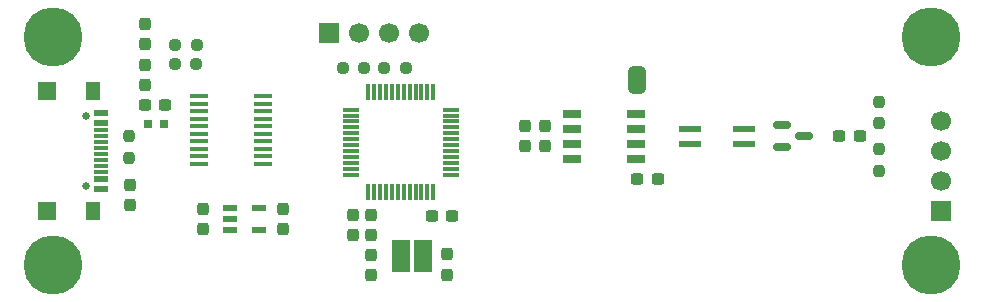
<source format=gbr>
%TF.GenerationSoftware,KiCad,Pcbnew,9.0.3*%
%TF.CreationDate,2025-11-24T21:16:14-05:00*%
%TF.ProjectId,RedPink_STM32C09_Board,52656450-696e-46b5-9f53-544d33324330,rev?*%
%TF.SameCoordinates,Original*%
%TF.FileFunction,Soldermask,Top*%
%TF.FilePolarity,Negative*%
%FSLAX46Y46*%
G04 Gerber Fmt 4.6, Leading zero omitted, Abs format (unit mm)*
G04 Created by KiCad (PCBNEW 9.0.3) date 2025-11-24 21:16:14*
%MOMM*%
%LPD*%
G01*
G04 APERTURE LIST*
G04 Aperture macros list*
%AMRoundRect*
0 Rectangle with rounded corners*
0 $1 Rounding radius*
0 $2 $3 $4 $5 $6 $7 $8 $9 X,Y pos of 4 corners*
0 Add a 4 corners polygon primitive as box body*
4,1,4,$2,$3,$4,$5,$6,$7,$8,$9,$2,$3,0*
0 Add four circle primitives for the rounded corners*
1,1,$1+$1,$2,$3*
1,1,$1+$1,$4,$5*
1,1,$1+$1,$6,$7*
1,1,$1+$1,$8,$9*
0 Add four rect primitives between the rounded corners*
20,1,$1+$1,$2,$3,$4,$5,0*
20,1,$1+$1,$4,$5,$6,$7,0*
20,1,$1+$1,$6,$7,$8,$9,0*
20,1,$1+$1,$8,$9,$2,$3,0*%
%AMFreePoly0*
4,1,23,0.500000,-0.750000,0.000000,-0.750000,0.000000,-0.745722,-0.065263,-0.745722,-0.191342,-0.711940,-0.304381,-0.646677,-0.396677,-0.554381,-0.461940,-0.441342,-0.495722,-0.315263,-0.495722,-0.250000,-0.500000,-0.250000,-0.500000,0.250000,-0.495722,0.250000,-0.495722,0.315263,-0.461940,0.441342,-0.396677,0.554381,-0.304381,0.646677,-0.191342,0.711940,-0.065263,0.745722,0.000000,0.745722,
0.000000,0.750000,0.500000,0.750000,0.500000,-0.750000,0.500000,-0.750000,$1*%
%AMFreePoly1*
4,1,23,0.000000,0.745722,0.065263,0.745722,0.191342,0.711940,0.304381,0.646677,0.396677,0.554381,0.461940,0.441342,0.495722,0.315263,0.495722,0.250000,0.500000,0.250000,0.500000,-0.250000,0.495722,-0.250000,0.495722,-0.315263,0.461940,-0.441342,0.396677,-0.554381,0.304381,-0.646677,0.191342,-0.711940,0.065263,-0.745722,0.000000,-0.745722,0.000000,-0.750000,-0.500000,-0.750000,
-0.500000,0.750000,0.000000,0.750000,0.000000,0.745722,0.000000,0.745722,$1*%
G04 Aperture macros list end*
%ADD10C,5.000000*%
%ADD11RoundRect,0.237500X-0.237500X0.300000X-0.237500X-0.300000X0.237500X-0.300000X0.237500X0.300000X0*%
%ADD12RoundRect,0.237500X-0.237500X0.250000X-0.237500X-0.250000X0.237500X-0.250000X0.237500X0.250000X0*%
%ADD13R,1.850000X0.600000*%
%ADD14RoundRect,0.237500X0.237500X-0.300000X0.237500X0.300000X-0.237500X0.300000X-0.237500X-0.300000X0*%
%ADD15R,0.300000X1.475000*%
%ADD16R,1.475000X0.300000*%
%ADD17RoundRect,0.237500X-0.300000X-0.237500X0.300000X-0.237500X0.300000X0.237500X-0.300000X0.237500X0*%
%ADD18FreePoly0,90.000000*%
%ADD19FreePoly1,90.000000*%
%ADD20RoundRect,0.237500X0.300000X0.237500X-0.300000X0.237500X-0.300000X-0.237500X0.300000X-0.237500X0*%
%ADD21R,1.700000X1.700000*%
%ADD22C,1.700000*%
%ADD23RoundRect,0.237500X0.250000X0.237500X-0.250000X0.237500X-0.250000X-0.237500X0.250000X-0.237500X0*%
%ADD24RoundRect,0.237500X0.237500X-0.250000X0.237500X0.250000X-0.237500X0.250000X-0.237500X-0.250000X0*%
%ADD25RoundRect,0.237500X-0.250000X-0.237500X0.250000X-0.237500X0.250000X0.237500X-0.250000X0.237500X0*%
%ADD26R,1.150000X0.600000*%
%ADD27R,1.526000X0.435000*%
%ADD28R,1.500000X2.700000*%
%ADD29R,0.650000X0.700000*%
%ADD30RoundRect,0.150000X-0.587500X-0.150000X0.587500X-0.150000X0.587500X0.150000X-0.587500X0.150000X0*%
%ADD31C,0.650000*%
%ADD32R,1.150000X0.300000*%
%ADD33R,1.250000X1.550000*%
%ADD34R,1.500000X1.550000*%
%ADD35R,1.500000X0.650000*%
G04 APERTURE END LIST*
%TO.C,JP1*%
G36*
X163275000Y-61650000D02*
G01*
X164775000Y-61650000D01*
X164775000Y-61350000D01*
X163275000Y-61350000D01*
X163275000Y-61650000D01*
G37*
%TD*%
D10*
%TO.C,H4*%
X114575000Y-77175000D03*
%TD*%
D11*
%TO.C,C6*%
X122350000Y-60212500D03*
X122350000Y-61937500D03*
%TD*%
%TO.C,C12*%
X141525000Y-72925000D03*
X141525000Y-74650000D03*
%TD*%
D12*
%TO.C,R4*%
X184525000Y-63337500D03*
X184525000Y-65162500D03*
%TD*%
D13*
%TO.C,FL1*%
X168500000Y-65615000D03*
X168500000Y-66885000D03*
X173050000Y-66885000D03*
X173050000Y-65615000D03*
%TD*%
D11*
%TO.C,C3*%
X134025000Y-72387500D03*
X134025000Y-74112500D03*
%TD*%
D14*
%TO.C,C14*%
X121100000Y-72087500D03*
X121100000Y-70362500D03*
%TD*%
D15*
%TO.C,IC1*%
X141275000Y-70988000D03*
X141775000Y-70988000D03*
X142275000Y-70988000D03*
X142775000Y-70988000D03*
X143275000Y-70988000D03*
X143775000Y-70988000D03*
X144275000Y-70988000D03*
X144775000Y-70988000D03*
X145275000Y-70988000D03*
X145775000Y-70988000D03*
X146275000Y-70988000D03*
X146775000Y-70988000D03*
D16*
X148263000Y-69500000D03*
X148263000Y-69000000D03*
X148263000Y-68500000D03*
X148263000Y-68000000D03*
X148263000Y-67500000D03*
X148263000Y-67000000D03*
X148263000Y-66500000D03*
X148263000Y-66000000D03*
X148263000Y-65500000D03*
X148263000Y-65000000D03*
X148263000Y-64500000D03*
X148263000Y-64000000D03*
D15*
X146775000Y-62512000D03*
X146275000Y-62512000D03*
X145775000Y-62512000D03*
X145275000Y-62512000D03*
X144775000Y-62512000D03*
X144275000Y-62512000D03*
X143775000Y-62512000D03*
X143275000Y-62512000D03*
X142775000Y-62512000D03*
X142275000Y-62512000D03*
X141775000Y-62512000D03*
X141275000Y-62512000D03*
D16*
X139787000Y-64000000D03*
X139787000Y-64500000D03*
X139787000Y-65000000D03*
X139787000Y-65500000D03*
X139787000Y-66000000D03*
X139787000Y-66500000D03*
X139787000Y-67000000D03*
X139787000Y-67500000D03*
X139787000Y-68000000D03*
X139787000Y-68500000D03*
X139787000Y-69000000D03*
X139787000Y-69500000D03*
%TD*%
D14*
%TO.C,C10*%
X141525000Y-78000000D03*
X141525000Y-76275000D03*
%TD*%
D17*
%TO.C,C15*%
X146675000Y-73025000D03*
X148400000Y-73025000D03*
%TD*%
D11*
%TO.C,C8*%
X156275000Y-65387500D03*
X156275000Y-67112500D03*
%TD*%
D18*
%TO.C,JP1*%
X164025000Y-62150000D03*
D19*
X164025000Y-60850000D03*
%TD*%
D20*
%TO.C,C7*%
X165762500Y-69900000D03*
X164037500Y-69900000D03*
%TD*%
D12*
%TO.C,R5*%
X184525000Y-67337500D03*
X184525000Y-69162500D03*
%TD*%
D14*
%TO.C,C11*%
X147925000Y-77962500D03*
X147925000Y-76237500D03*
%TD*%
D21*
%TO.C,J2*%
X137965000Y-57500000D03*
D22*
X140505000Y-57500000D03*
X143045000Y-57500000D03*
X145585000Y-57500000D03*
%TD*%
D11*
%TO.C,C2*%
X127275000Y-72387500D03*
X127275000Y-74112500D03*
%TD*%
D23*
%TO.C,R2*%
X126737500Y-58525000D03*
X124912500Y-58525000D03*
%TD*%
D24*
%TO.C,R3*%
X121025000Y-68062500D03*
X121025000Y-66237500D03*
%TD*%
D20*
%TO.C,C4*%
X124062500Y-63625000D03*
X122337500Y-63625000D03*
%TD*%
D10*
%TO.C,H3*%
X114575000Y-57825000D03*
%TD*%
%TO.C,H2*%
X188925000Y-77175000D03*
%TD*%
D25*
%TO.C,R6*%
X142612500Y-60500000D03*
X144437500Y-60500000D03*
%TD*%
D26*
%TO.C,IC4*%
X129525000Y-72300000D03*
X129525000Y-73250000D03*
X129525000Y-74200000D03*
X132025000Y-74200000D03*
X132025000Y-72300000D03*
%TD*%
D21*
%TO.C,J3*%
X189775000Y-72620000D03*
D22*
X189775000Y-70080000D03*
X189775000Y-67540000D03*
X189775000Y-65000000D03*
%TD*%
D11*
%TO.C,C13*%
X140000000Y-72925000D03*
X140000000Y-74650000D03*
%TD*%
D20*
%TO.C,C9*%
X182887500Y-66250000D03*
X181162500Y-66250000D03*
%TD*%
D27*
%TO.C,IC5*%
X132325000Y-68580000D03*
X132325000Y-67944000D03*
X132325000Y-67310000D03*
X132325000Y-66674000D03*
X132325000Y-66040000D03*
X132325000Y-65404000D03*
X132325000Y-64770000D03*
X132325000Y-64134000D03*
X132325000Y-63500000D03*
X132325000Y-62864000D03*
X126901000Y-62864000D03*
X126901000Y-63500000D03*
X126901000Y-64134000D03*
X126901000Y-64770000D03*
X126901000Y-65404000D03*
X126901000Y-66040000D03*
X126901000Y-66674000D03*
X126901000Y-67310000D03*
X126901000Y-67944000D03*
X126901000Y-68580000D03*
%TD*%
D28*
%TO.C,Y1*%
X144037500Y-76400000D03*
X145937500Y-76400000D03*
%TD*%
D29*
%TO.C,FB1*%
X123950000Y-65250000D03*
X122600000Y-65250000D03*
%TD*%
D30*
%TO.C,D1*%
X176275000Y-65300000D03*
X176275000Y-67200000D03*
X178150000Y-66250000D03*
%TD*%
D31*
%TO.C,J1*%
X117338000Y-64500000D03*
X117338000Y-70500000D03*
D26*
X118613000Y-64300000D03*
X118613000Y-65100000D03*
D32*
X118613000Y-66250000D03*
X118613000Y-67250000D03*
X118613000Y-67750000D03*
X118613000Y-68750000D03*
D26*
X118613000Y-70700000D03*
X118613000Y-69900000D03*
D32*
X118613000Y-69250000D03*
X118613000Y-68250000D03*
X118613000Y-66750000D03*
X118613000Y-65750000D03*
D33*
X117963000Y-62405000D03*
X117963000Y-72595000D03*
D34*
X114038000Y-72595000D03*
X114038000Y-62405000D03*
%TD*%
D11*
%TO.C,C1*%
X154525000Y-65387500D03*
X154525000Y-67112500D03*
%TD*%
D25*
%TO.C,R1*%
X124887500Y-60100000D03*
X126712500Y-60100000D03*
%TD*%
D35*
%TO.C,IC3*%
X158525000Y-64370000D03*
X158525000Y-65640000D03*
X158525000Y-66910000D03*
X158525000Y-68180000D03*
X163925000Y-68180000D03*
X163925000Y-66910000D03*
X163925000Y-65640000D03*
X163925000Y-64370000D03*
%TD*%
D14*
%TO.C,C5*%
X122325000Y-58437500D03*
X122325000Y-56712500D03*
%TD*%
D25*
%TO.C,R7*%
X139112500Y-60500000D03*
X140937500Y-60500000D03*
%TD*%
D10*
%TO.C,H1*%
X188925000Y-57825000D03*
%TD*%
M02*

</source>
